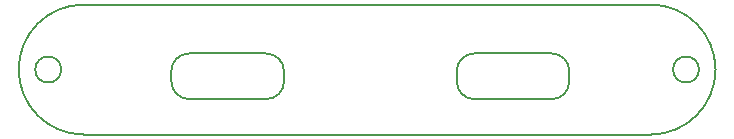
<source format=gbr>
%TF.GenerationSoftware,KiCad,Pcbnew,8.0.3*%
%TF.CreationDate,2024-06-23T16:17:00-07:00*%
%TF.ProjectId,frontplate,66726f6e-7470-46c6-9174-652e6b696361,rev?*%
%TF.SameCoordinates,Original*%
%TF.FileFunction,Profile,NP*%
%FSLAX46Y46*%
G04 Gerber Fmt 4.6, Leading zero omitted, Abs format (unit mm)*
G04 Created by KiCad (PCBNEW 8.0.3) date 2024-06-23 16:17:00*
%MOMM*%
%LPD*%
G01*
G04 APERTURE LIST*
%TA.AperFunction,Profile*%
%ADD10C,0.200000*%
%TD*%
G04 APERTURE END LIST*
D10*
X124742200Y-103747200D02*
X172742170Y-103747200D01*
X141702600Y-99250499D02*
G75*
G02*
X140202599Y-100750500I-1500000J-1D01*
G01*
X133669001Y-100750500D02*
G75*
G02*
X132169000Y-99250499I-1J1500000D01*
G01*
X164363923Y-100750500D02*
X157830301Y-100750500D01*
X132169000Y-99250499D02*
X132169000Y-98386401D01*
X141702600Y-98386401D02*
X141702600Y-99250499D01*
X133669001Y-96886400D02*
X140202599Y-96886400D01*
X176842200Y-98247200D02*
G75*
G02*
X174642200Y-98247200I-1100000J0D01*
G01*
X174642200Y-98247200D02*
G75*
G02*
X176842200Y-98247200I1100000J0D01*
G01*
X132169000Y-98386401D02*
G75*
G02*
X133669001Y-96886400I1500000J1D01*
G01*
X165863924Y-99250499D02*
G75*
G02*
X164363923Y-100750524I-1500024J-1D01*
G01*
X140202599Y-100750500D02*
X133669001Y-100750500D01*
X122842200Y-98247200D02*
G75*
G02*
X120642200Y-98247200I-1100000J0D01*
G01*
X120642200Y-98247200D02*
G75*
G02*
X122842200Y-98247200I1100000J0D01*
G01*
X156330300Y-98386401D02*
G75*
G02*
X157830301Y-96886400I1500000J1D01*
G01*
X124742200Y-103747200D02*
G75*
G02*
X124742200Y-92747200I0J5500000D01*
G01*
X156330300Y-99250499D02*
X156330300Y-98386401D01*
X157830301Y-96886400D02*
X164363923Y-96886400D01*
X172742170Y-92747200D02*
X124742200Y-92747200D01*
X165863924Y-98386401D02*
X165863924Y-99250499D01*
X172742170Y-92747200D02*
G75*
G02*
X172742170Y-103747200I0J-5500000D01*
G01*
X140202599Y-96886400D02*
G75*
G02*
X141702600Y-98386401I1J-1500000D01*
G01*
X157830301Y-100750500D02*
G75*
G02*
X156330300Y-99250499I-1J1500000D01*
G01*
X164363923Y-96886400D02*
G75*
G02*
X165863900Y-98386401I-23J-1500000D01*
G01*
M02*

</source>
